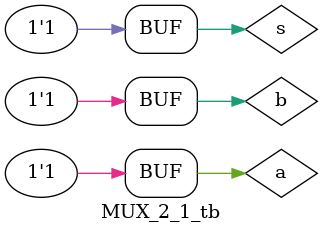
<source format=v>
module MUX_2_1_tb();
reg a,b,s;
wire y;

// Instantiation
MUX_2_1 my_mux2_1(.y(y), .a(a), .b(b), .s(s));
initial
begin
$monitor("For s=%d, a=%d, b=%d, we get y=%d",s,a,b,y);
#5 s=0;a=0;b=0;
#5 s=0;a=0;b=1;
#5 s=0;a=1;b=0;
#5 s=0;a=1;b=1;
#5 s=1;a=0;b=0;
#5 s=1;a=0;b=1;
#5 s=1;a=1;b=0;
#5 s=1;a=1;b=1;
end
endmodule

</source>
